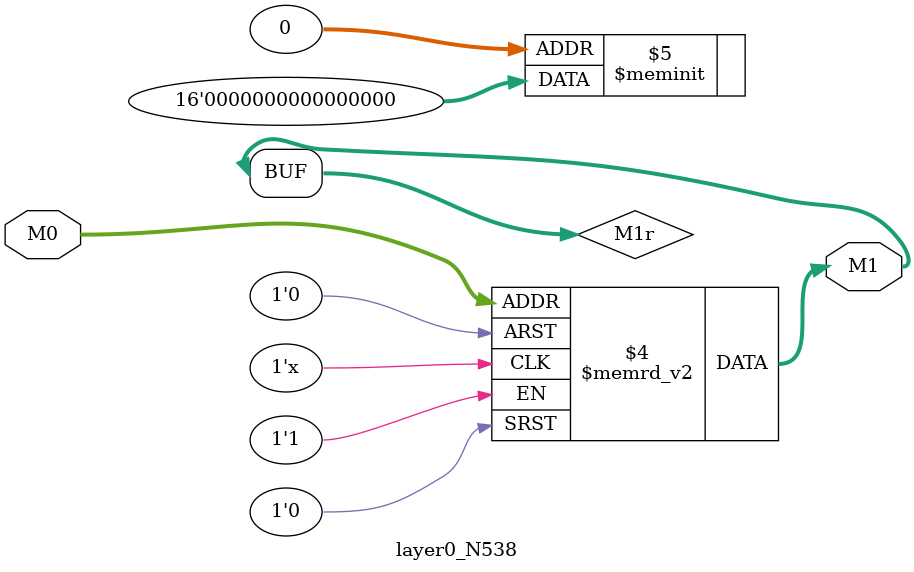
<source format=v>
module layer0_N538 ( input [2:0] M0, output [1:0] M1 );

	(*rom_style = "distributed" *) reg [1:0] M1r;
	assign M1 = M1r;
	always @ (M0) begin
		case (M0)
			3'b000: M1r = 2'b00;
			3'b100: M1r = 2'b00;
			3'b010: M1r = 2'b00;
			3'b110: M1r = 2'b00;
			3'b001: M1r = 2'b00;
			3'b101: M1r = 2'b00;
			3'b011: M1r = 2'b00;
			3'b111: M1r = 2'b00;

		endcase
	end
endmodule

</source>
